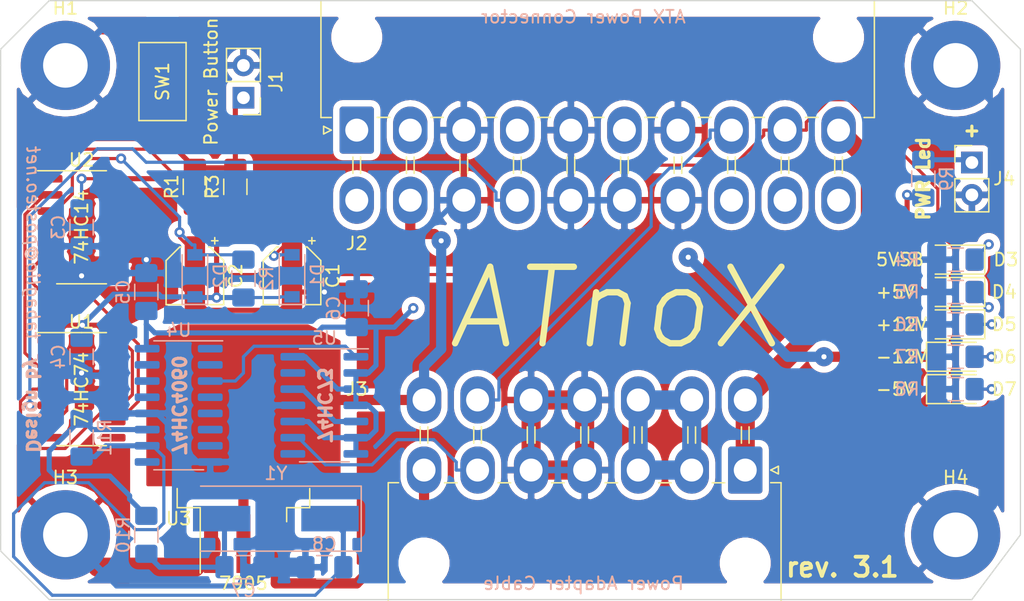
<source format=kicad_pcb>
(kicad_pcb (version 20171130) (host pcbnew 5.1.6-1.fc32)
  (layers (0 F.Cu signal hide) (1 In1.Cu power hide) (2 In2.Cu power) (31 B.Cu signal) (34 B.Paste user) (35 F.Paste user hide) (36 B.SilkS user) (37 F.SilkS user) (38 B.Mask user) (39 F.Mask user hide) (44 Edge.Cuts user))
  (net 0 "")
  (net 1 GND)
  (net 2 "Net-(C1-Pad1)")
  (net 3 "Net-(C2-Pad1)")
  (net 4 /5VSB)
  (net 5 "Net-(D3-Pad1)")
  (net 6 VCC)
  (net 7 "Net-(D4-Pad1)")
  (net 8 "Net-(D5-Pad1)")
  (net 9 "Net-(D6-Pad2)")
  (net 10 /-12V)
  (net 11 "Net-(D7-Pad2)")
  (net 12 /-5V)
  (net 13 /PWR_SW)
  (net 14 /~PS_ON)
  (net 15 /+12V)
  (net 16 /PWR_OK)
  (net 17 "Net-(U1-Pad2)")
  (net 18 "Net-(U1-Pad4)")
  (net 19 "Net-(U1-Pad3)")
  (net 20 "Net-(U2-Pad4)")
  (net 21 "Net-(J4-Pad1)")
  (net 22 "Net-(C7-Pad1)")
  (net 23 "Net-(C8-Pad1)")
  (net 24 "Net-(R10-Pad1)")
  (net 25 /TICK)
  (net 26 "Net-(U5-Pad12)")
  (net 27 "Net-(U4-Pad3)")
  (module Package_SO:SOIC-14_3.9x8.7mm_P1.27mm (layer B.Cu) (at 125.73 99.06 180)
    (fp_text reference U5 (at 0 5.28) (layer B.SilkS) (effects (justify mirror)))
    (fp_text value 74HCT73)
    (pad 14 smd roundrect (at 2.475 3.81 180) (size 1.95 0.6) (layers B.Cu B.Paste B.Mask) (net 6 VCC))
    (pad 13 smd roundrect (at 2.475 2.54 180) (size 1.95 0.6) (layers B.Cu B.Paste B.Mask))
    (pad 12 smd roundrect (at 2.475 1.27 180) (size 1.95 0.6) (layers B.Cu B.Paste B.Mask) (net 26 "Net-(U5-Pad12)"))
    (pad 11 smd roundrect (at 2.475 0 180) (size 1.95 0.6) (layers B.Cu B.Paste B.Mask) (net 1 GND))
    (pad 10 smd roundrect (at 2.475 -1.27 180) (size 1.95 0.6) (layers B.Cu B.Paste B.Mask) (net 6 VCC))
    (pad 9 smd roundrect (at 2.475 -2.54 180) (size 1.95 0.6) (layers B.Cu B.Paste B.Mask) (net 25 /TICK))
    (pad 8 smd roundrect (at 2.475 -3.81 180) (size 1.95 0.6) (layers B.Cu B.Paste B.Mask))
    (pad 7 smd roundrect (at -2.475 -3.81 180) (size 1.95 0.6) (layers B.Cu B.Paste B.Mask) (net 6 VCC))
    (pad 6 smd roundrect (at -2.475 -2.54 180) (size 1.95 0.6) (layers B.Cu B.Paste B.Mask) (net 6 VCC))
    (pad 5 smd roundrect (at -2.475 -1.27 180) (size 1.95 0.6) (layers B.Cu B.Paste B.Mask) (net 26 "Net-(U5-Pad12)"))
    (pad 4 smd roundrect (at -2.475 0 180) (size 1.95 0.6) (layers B.Cu B.Paste B.Mask) (net 6 VCC))
    (pad 3 smd roundrect (at -2.475 1.27 180) (size 1.95 0.6) (layers B.Cu B.Paste B.Mask) (net 6 VCC))
    (pad 2 smd roundrect (at -2.475 2.54 180) (size 1.95 0.6) (layers B.Cu B.Paste B.Mask) (net 6 VCC))
    (pad 1 smd roundrect (at -2.475 3.81 180) (size 1.95 0.6) (layers B.Cu B.Paste B.Mask) (net 27 "Net-(U4-Pad3)"))
  )
  (module Crystal:Crystal_SMD_HC49-SD (layer B.Cu) (at 121.92 107.95 180)
    (fp_text reference Y1 (at 0 3.55 180) (layer B.SilkS) (effects (justify mirror)))
    (fp_text value 3.2768)
    (pad 2 smd rect (at 4.25 0 180) (size 4.5 2) (layers B.Cu B.Paste B.Mask) (net 22 "Net-(C7-Pad1)"))
    (pad 1 smd rect (at -4.25 0 180) (size 4.5 2) (layers B.Cu B.Paste B.Mask) (net 23 "Net-(C8-Pad1)"))
  )
  (module Package_SO:SOIC-16_3.9x9.9mm_P1.27mm (layer B.Cu) (at 114.3 99.06 180)
    (fp_text reference U4 (at 0 5.9) (layer B.SilkS) (effects (justify mirror)))
    (fp_text value 74HCT4060)
    (pad 16 smd roundrect (at 2.475 4.445 180) (size 1.95 0.6) (layers B.Cu B.Paste B.Mask) (net 6 VCC))
    (pad 15 smd roundrect (at 2.475 3.175 180) (size 1.95 0.6) (layers B.Cu B.Paste B.Mask))
    (pad 14 smd roundrect (at 2.475 1.905 180) (size 1.95 0.6) (layers B.Cu B.Paste B.Mask))
    (pad 13 smd roundrect (at 2.475 0.635 180) (size 1.95 0.6) (layers B.Cu B.Paste B.Mask))
    (pad 12 smd roundrect (at 2.475 -0.635 180) (size 1.95 0.6) (layers B.Cu B.Paste B.Mask) (net 1 GND))
    (pad 11 smd roundrect (at 2.475 -1.905 180) (size 1.95 0.6) (layers B.Cu B.Paste B.Mask) (net 24 "Net-(R10-Pad1)"))
    (pad 10 smd roundrect (at 2.475 -3.175 180) (size 1.95 0.6) (layers B.Cu B.Paste B.Mask) (net 23 "Net-(C8-Pad1)"))
    (pad 9 smd roundrect (at 2.475 -4.445 180) (size 1.95 0.6) (layers B.Cu B.Paste B.Mask))
    (pad 8 smd roundrect (at -2.475 -4.445 180) (size 1.95 0.6) (layers B.Cu B.Paste B.Mask) (net 1 GND))
    (pad 7 smd roundrect (at -2.475 -3.175 180) (size 1.95 0.6) (layers B.Cu B.Paste B.Mask))
    (pad 6 smd roundrect (at -2.475 -1.905 180) (size 1.95 0.6) (layers B.Cu B.Paste B.Mask))
    (pad 5 smd roundrect (at -2.475 -0.635 180) (size 1.95 0.6) (layers B.Cu B.Paste B.Mask))
    (pad 4 smd roundrect (at -2.475 0.635 180) (size 1.95 0.6) (layers B.Cu B.Paste B.Mask))
    (pad 3 smd roundrect (at -2.475 1.905 180) (size 1.95 0.6) (layers B.Cu B.Paste B.Mask) (net 27 "Net-(U4-Pad3)"))
    (pad 2 smd roundrect (at -2.475 3.175 180) (size 1.95 0.6) (layers B.Cu B.Paste B.Mask))
    (pad 1 smd roundrect (at -2.475 4.445 180) (size 1.95 0.6) (layers B.Cu B.Paste B.Mask))
  )
  (module Resistor_SMD:R_1206_3216Metric_Pad1.42x1.75mm_HandSolder (layer B.Cu) (at 106.68 101.6 90)
    (fp_text reference R11 (at 0 1.82 90) (layer B.SilkS) (effects (justify mirror)))
    (fp_text value 10M)
    (pad 2 smd roundrect (at 1.4875 0 90) (size 1.425 1.75) (layers B.Cu B.Paste B.Mask) (roundrect_rratio 0.175439) (net 24 "Net-(R10-Pad1)"))
    (pad 1 smd roundrect (at -1.4875 0 90) (size 1.425 1.75) (layers B.Cu B.Paste B.Mask) (roundrect_rratio 0.175439) (net 23 "Net-(C8-Pad1)"))
  )
  (module Resistor_SMD:R_1206_3216Metric_Pad1.42x1.75mm_HandSolder (layer B.Cu) (at 111.76 109.22 270)
    (fp_text reference R10 (at 0 1.82 90) (layer B.SilkS) (effects (justify mirror)))
    (fp_text value 100K)
    (pad 2 smd roundrect (at 1.4875 0 270) (size 1.425 1.75) (layers B.Cu B.Paste B.Mask) (roundrect_rratio 0.175439) (net 22 "Net-(C7-Pad1)"))
    (pad 1 smd roundrect (at -1.4875 0 270) (size 1.425 1.75) (layers B.Cu B.Paste B.Mask) (roundrect_rratio 0.175439) (net 24 "Net-(R10-Pad1)"))
  )
  (module Capacitor_SMD:C_1206_3216Metric_Pad1.42x1.75mm_HandSolder (layer B.Cu) (at 125.73 111.76 180)
    (fp_text reference C8 (at 0 1.82) (layer B.SilkS) (effects (justify mirror)))
    (fp_text value 6.8pF)
    (pad 2 smd roundrect (at 1.4875 0 180) (size 1.425 1.75) (layers B.Cu B.Paste B.Mask) (roundrect_rratio 0.175439) (net 1 GND))
    (pad 1 smd roundrect (at -1.4875 0 180) (size 1.425 1.75) (layers B.Cu B.Paste B.Mask) (roundrect_rratio 0.175439) (net 23 "Net-(C8-Pad1)"))
  )
  (module Capacitor_SMD:C_1206_3216Metric_Pad1.42x1.75mm_HandSolder (layer B.Cu) (at 119.38 111.76)
    (fp_text reference C7 (at 0 1.82) (layer B.SilkS) (effects (justify mirror)))
    (fp_text value 6.8pF)
    (pad 2 smd roundrect (at 1.4875 0) (size 1.425 1.75) (layers B.Cu B.Paste B.Mask) (roundrect_rratio 0.175439) (net 1 GND))
    (pad 1 smd roundrect (at -1.4875 0) (size 1.425 1.75) (layers B.Cu B.Paste B.Mask) (roundrect_rratio 0.175439) (net 22 "Net-(C7-Pad1)"))
  )
  (module Capacitor_SMD:C_1206_3216Metric_Pad1.42x1.75mm_HandSolder (layer B.Cu) (at 128.27 91.44 270)
    (fp_text reference C6 (at 0 1.82 90) (layer B.SilkS) (effects (justify mirror)))
    (fp_text value 100nF)
    (pad 2 smd roundrect (at 1.4875 0 270) (size 1.425 1.75) (layers B.Cu B.Paste B.Mask) (roundrect_rratio 0.175439) (net 6 VCC))
    (pad 1 smd roundrect (at -1.4875 0 270) (size 1.425 1.75) (layers B.Cu B.Paste B.Mask) (roundrect_rratio 0.175439) (net 1 GND))
  )
  (module Capacitor_SMD:C_1206_3216Metric_Pad1.42x1.75mm_HandSolder (layer B.Cu) (at 111.76 90.17 270)
    (fp_text reference C5 (at 0 1.82 90) (layer B.SilkS) (effects (justify mirror)))
    (fp_text value 100nF)
    (pad 2 smd roundrect (at 1.4875 0 270) (size 1.425 1.75) (layers B.Cu B.Paste B.Mask) (roundrect_rratio 0.175439) (net 6 VCC))
    (pad 1 smd roundrect (at -1.4875 0 270) (size 1.425 1.75) (layers B.Cu B.Paste B.Mask) (roundrect_rratio 0.175439) (net 1 GND))
  )
  (module Connector_Molex:Molex_Mini-Fit_Jr_5569-14A2_2x07_P4.20mm_Horizontal (layer F.Cu) (at 158.75 104.14 180)
    (fp_text reference J3 (at 30.48 6.35) (layer F.SilkS))
    (fp_text value AT)
    (pad "" np_thru_hole circle (at 25.2 -7.3 180) (size 3 3) (drill 3) (layers *.Cu *.Mask))
    (pad "" np_thru_hole circle (at 0 -7.3 180) (size 3 3) (drill 3) (layers *.Cu *.Mask))
    (pad 14 thru_hole oval (at 25.2 5.5 180) (size 2.7 3.7) (drill 1.8) (layers *.Cu *.Mask) (net 10 /-12V))
    (pad 13 thru_hole oval (at 21 5.5 180) (size 2.7 3.7) (drill 1.8) (layers *.Cu *.Mask) (net 16 /PWR_OK))
    (pad 12 thru_hole oval (at 16.8 5.5 180) (size 2.7 3.7) (drill 1.8) (layers *.Cu *.Mask) (net 1 GND))
    (pad 11 thru_hole oval (at 12.6 5.5 180) (size 2.7 3.7) (drill 1.8) (layers *.Cu *.Mask) (net 1 GND))
    (pad 10 thru_hole oval (at 8.4 5.5 180) (size 2.7 3.7) (drill 1.8) (layers *.Cu *.Mask) (net 6 VCC))
    (pad 9 thru_hole oval (at 4.2 5.5 180) (size 2.7 3.7) (drill 1.8) (layers *.Cu *.Mask) (net 6 VCC))
    (pad 8 thru_hole oval (at 0 5.5 180) (size 2.7 3.7) (drill 1.8) (layers *.Cu *.Mask) (net 15 /+12V))
    (pad 7 thru_hole oval (at 25.2 0 180) (size 2.7 3.7) (drill 1.8) (layers *.Cu *.Mask) (net 12 /-5V))
    (pad 6 thru_hole oval (at 21 0 180) (size 2.7 3.7) (drill 1.8) (layers *.Cu *.Mask) (net 25 /TICK))
    (pad 5 thru_hole oval (at 16.8 0 180) (size 2.7 3.7) (drill 1.8) (layers *.Cu *.Mask) (net 1 GND))
    (pad 4 thru_hole oval (at 12.6 0 180) (size 2.7 3.7) (drill 1.8) (layers *.Cu *.Mask) (net 1 GND))
    (pad 3 thru_hole oval (at 8.4 0 180) (size 2.7 3.7) (drill 1.8) (layers *.Cu *.Mask) (net 6 VCC))
    (pad 2 thru_hole oval (at 4.2 0 180) (size 2.7 3.7) (drill 1.8) (layers *.Cu *.Mask) (net 6 VCC))
    (pad 1 thru_hole roundrect (at 0 0 180) (size 2.7 3.7) (drill 1.8) (layers *.Cu *.Mask) (roundrect_rratio 0.09259299999999999) (net 15 /+12V))
  )
  (module Connector_Molex:Molex_Mini-Fit_Jr_5569-20A2_2x10_P4.20mm_Horizontal (layer F.Cu) (at 128.27 77.47)
    (fp_text reference J2 (at 0 8.89) (layer F.SilkS))
    (fp_text value ATX)
    (pad "" np_thru_hole circle (at 37.8 -7.3) (size 3 3) (drill 3) (layers *.Cu *.Mask))
    (pad "" np_thru_hole circle (at 0 -7.3) (size 3 3) (drill 3) (layers *.Cu *.Mask))
    (pad 20 thru_hole oval (at 37.8 5.5) (size 2.7 3.7) (drill 1.8) (layers *.Cu *.Mask) (net 6 VCC))
    (pad 19 thru_hole oval (at 33.6 5.5) (size 2.7 3.7) (drill 1.8) (layers *.Cu *.Mask) (net 6 VCC))
    (pad 18 thru_hole oval (at 29.4 5.5) (size 2.7 3.7) (drill 1.8) (layers *.Cu *.Mask))
    (pad 17 thru_hole oval (at 25.2 5.5) (size 2.7 3.7) (drill 1.8) (layers *.Cu *.Mask) (net 1 GND))
    (pad 16 thru_hole oval (at 21 5.5) (size 2.7 3.7) (drill 1.8) (layers *.Cu *.Mask) (net 1 GND))
    (pad 15 thru_hole oval (at 16.8 5.5) (size 2.7 3.7) (drill 1.8) (layers *.Cu *.Mask) (net 1 GND))
    (pad 14 thru_hole oval (at 12.6 5.5) (size 2.7 3.7) (drill 1.8) (layers *.Cu *.Mask) (net 14 /~PS_ON))
    (pad 13 thru_hole oval (at 8.4 5.5) (size 2.7 3.7) (drill 1.8) (layers *.Cu *.Mask) (net 1 GND))
    (pad 12 thru_hole oval (at 4.2 5.5) (size 2.7 3.7) (drill 1.8) (layers *.Cu *.Mask) (net 10 /-12V))
    (pad 11 thru_hole oval (at 0 5.5) (size 2.7 3.7) (drill 1.8) (layers *.Cu *.Mask))
    (pad 10 thru_hole oval (at 37.8 0) (size 2.7 3.7) (drill 1.8) (layers *.Cu *.Mask) (net 15 /+12V))
    (pad 9 thru_hole oval (at 33.6 0) (size 2.7 3.7) (drill 1.8) (layers *.Cu *.Mask) (net 4 /5VSB))
    (pad 8 thru_hole oval (at 29.4 0) (size 2.7 3.7) (drill 1.8) (layers *.Cu *.Mask) (net 16 /PWR_OK))
    (pad 7 thru_hole oval (at 25.2 0) (size 2.7 3.7) (drill 1.8) (layers *.Cu *.Mask) (net 1 GND))
    (pad 6 thru_hole oval (at 21 0) (size 2.7 3.7) (drill 1.8) (layers *.Cu *.Mask) (net 6 VCC))
    (pad 5 thru_hole oval (at 16.8 0) (size 2.7 3.7) (drill 1.8) (layers *.Cu *.Mask) (net 1 GND))
    (pad 4 thru_hole oval (at 12.6 0) (size 2.7 3.7) (drill 1.8) (layers *.Cu *.Mask) (net 6 VCC))
    (pad 3 thru_hole oval (at 8.4 0) (size 2.7 3.7) (drill 1.8) (layers *.Cu *.Mask) (net 1 GND))
    (pad 2 thru_hole oval (at 4.2 0) (size 2.7 3.7) (drill 1.8) (layers *.Cu *.Mask))
    (pad 1 thru_hole roundrect (at 0 0) (size 2.7 3.7) (drill 1.8) (layers *.Cu *.Mask) (roundrect_rratio 0.09259299999999999))
  )
  (module Resistor_SMD:R_1206_3216Metric_Pad1.42x1.75mm_HandSolder (layer B.Cu) (at 172.72 81.28 90)
    (fp_text reference R9 (at 0 1.82 270) (layer B.SilkS) (effects (justify mirror)))
    (fp_text value 1K)
    (pad 2 smd roundrect (at 1.4875 0 90) (size 1.425 1.75) (layers B.Cu B.Paste B.Mask) (roundrect_rratio 0.175439) (net 21 "Net-(J4-Pad1)"))
    (pad 1 smd roundrect (at -1.4875 0 90) (size 1.425 1.75) (layers B.Cu B.Paste B.Mask) (roundrect_rratio 0.175439) (net 6 VCC))
  )
  (module Connector_PinHeader_2.54mm:PinHeader_1x02_P2.54mm_Vertical (layer F.Cu) (at 176.53 80.01)
    (fp_text reference J4 (at 2.54 1.27) (layer F.SilkS))
    (fp_text value PWR_LED)
    (pad 2 thru_hole oval (at 0 2.54) (size 1.7 1.7) (drill 1) (layers *.Cu *.Mask) (net 1 GND))
    (pad 1 thru_hole rect (at 0 0) (size 1.7 1.7) (drill 1) (layers *.Cu *.Mask) (net 21 "Net-(J4-Pad1)"))
  )
  (module Capacitor_SMD:CP_Elec_4x5.3 (layer F.Cu) (at 115.57 88.9 270)
    (fp_text reference C2 (at 0 -3.2 90) (layer F.SilkS))
    (fp_text value 10uF)
    (pad 2 smd roundrect (at 1.8 0 270) (size 2.6 1.6) (layers F.Cu F.Paste F.Mask) (roundrect_rratio 0.15625) (net 1 GND))
    (pad 1 smd roundrect (at -1.8 0 270) (size 2.6 1.6) (layers F.Cu F.Paste F.Mask) (roundrect_rratio 0.15625) (net 3 "Net-(C2-Pad1)"))
  )
  (module Capacitor_SMD:CP_Elec_4x5.3 (layer F.Cu) (at 123.19 88.9 270)
    (fp_text reference C1 (at 0 -3.2 90) (layer F.SilkS))
    (fp_text value 1uF)
    (pad 2 smd roundrect (at 1.8 0 270) (size 2.6 1.6) (layers F.Cu F.Paste F.Mask) (roundrect_rratio 0.15625) (net 1 GND))
    (pad 1 smd roundrect (at -1.8 0 270) (size 2.6 1.6) (layers F.Cu F.Paste F.Mask) (roundrect_rratio 0.15625) (net 2 "Net-(C1-Pad1)"))
  )
  (module Package_TO_SOT_SMD:TO-263-3_TabPin2 (layer F.Cu) (at 119.38 104.14 90)
    (fp_text reference U3 (at -3.81 -5.08) (layer F.SilkS))
    (fp_text value L7905)
    (pad 2 smd rect (at 3.375 0 90) (size 9.4 10.8) (layers F.Cu F.Mask) (net 10 /-12V))
    (pad 3 smd rect (at -5.775 2.54 90) (size 4.6 1.1) (layers F.Cu F.Paste F.Mask) (net 12 /-5V))
    (pad 2 smd rect (at -5.775 0 90) (size 4.6 1.1) (layers F.Cu F.Paste F.Mask) (net 10 /-12V))
    (pad 1 smd rect (at -5.775 -2.54 90) (size 4.6 1.1) (layers F.Cu F.Paste F.Mask) (net 1 GND))
  )
  (module Package_SO:SOIC-14_3.9x8.7mm_P1.27mm (layer F.Cu) (at 106.68 85.09)
    (fp_text reference U2 (at 0 -5.28) (layer F.SilkS))
    (fp_text value 74LS14)
    (pad 14 smd roundrect (at 2.475 -3.81) (size 1.95 0.6) (layers F.Cu F.Paste F.Mask) (net 4 /5VSB))
    (pad 13 smd roundrect (at 2.475 -2.54) (size 1.95 0.6) (layers F.Cu F.Paste F.Mask) (net 1 GND))
    (pad 12 smd roundrect (at 2.475 -1.27) (size 1.95 0.6) (layers F.Cu F.Paste F.Mask))
    (pad 11 smd roundrect (at 2.475 0) (size 1.95 0.6) (layers F.Cu F.Paste F.Mask) (net 1 GND))
    (pad 10 smd roundrect (at 2.475 1.27) (size 1.95 0.6) (layers F.Cu F.Paste F.Mask))
    (pad 9 smd roundrect (at 2.475 2.54) (size 1.95 0.6) (layers F.Cu F.Paste F.Mask) (net 1 GND))
    (pad 8 smd roundrect (at 2.475 3.81) (size 1.95 0.6) (layers F.Cu F.Paste F.Mask))
    (pad 7 smd roundrect (at -2.475 3.81) (size 1.95 0.6) (layers F.Cu F.Paste F.Mask) (net 1 GND))
    (pad 6 smd roundrect (at -2.475 2.54) (size 1.95 0.6) (layers F.Cu F.Paste F.Mask) (net 18 "Net-(U1-Pad4)"))
    (pad 5 smd roundrect (at -2.475 1.27) (size 1.95 0.6) (layers F.Cu F.Paste F.Mask) (net 20 "Net-(U2-Pad4)"))
    (pad 4 smd roundrect (at -2.475 0) (size 1.95 0.6) (layers F.Cu F.Paste F.Mask) (net 20 "Net-(U2-Pad4)"))
    (pad 3 smd roundrect (at -2.475 -1.27) (size 1.95 0.6) (layers F.Cu F.Paste F.Mask) (net 3 "Net-(C2-Pad1)"))
    (pad 2 smd roundrect (at -2.475 -2.54) (size 1.95 0.6) (layers F.Cu F.Paste F.Mask) (net 19 "Net-(U1-Pad3)"))
    (pad 1 smd roundrect (at -2.475 -3.81) (size 1.95 0.6) (layers F.Cu F.Paste F.Mask) (net 2 "Net-(C1-Pad1)"))
  )
  (module Package_SO:SOIC-14_3.9x8.7mm_P1.27mm (layer F.Cu) (at 106.68 97.79)
    (fp_text reference U1 (at 0 -5.28) (layer F.SilkS))
    (fp_text value 74LS74)
    (pad 14 smd roundrect (at 2.475 -3.81) (size 1.95 0.6) (layers F.Cu F.Paste F.Mask) (net 4 /5VSB))
    (pad 13 smd roundrect (at 2.475 -2.54) (size 1.95 0.6) (layers F.Cu F.Paste F.Mask) (net 1 GND))
    (pad 12 smd roundrect (at 2.475 -1.27) (size 1.95 0.6) (layers F.Cu F.Paste F.Mask) (net 1 GND))
    (pad 11 smd roundrect (at 2.475 0) (size 1.95 0.6) (layers F.Cu F.Paste F.Mask) (net 1 GND))
    (pad 10 smd roundrect (at 2.475 1.27) (size 1.95 0.6) (layers F.Cu F.Paste F.Mask) (net 4 /5VSB))
    (pad 9 smd roundrect (at 2.475 2.54) (size 1.95 0.6) (layers F.Cu F.Paste F.Mask))
    (pad 8 smd roundrect (at 2.475 3.81) (size 1.95 0.6) (layers F.Cu F.Paste F.Mask))
    (pad 7 smd roundrect (at -2.475 3.81) (size 1.95 0.6) (layers F.Cu F.Paste F.Mask) (net 1 GND))
    (pad 6 smd roundrect (at -2.475 2.54) (size 1.95 0.6) (layers F.Cu F.Paste F.Mask) (net 17 "Net-(U1-Pad2)"))
    (pad 5 smd roundrect (at -2.475 1.27) (size 1.95 0.6) (layers F.Cu F.Paste F.Mask) (net 14 /~PS_ON))
    (pad 4 smd roundrect (at -2.475 0) (size 1.95 0.6) (layers F.Cu F.Paste F.Mask) (net 18 "Net-(U1-Pad4)"))
    (pad 3 smd roundrect (at -2.475 -1.27) (size 1.95 0.6) (layers F.Cu F.Paste F.Mask) (net 19 "Net-(U1-Pad3)"))
    (pad 2 smd roundrect (at -2.475 -2.54) (size 1.95 0.6) (layers F.Cu F.Paste F.Mask) (net 17 "Net-(U1-Pad2)"))
    (pad 1 smd roundrect (at -2.475 -3.81) (size 1.95 0.6) (layers F.Cu F.Paste F.Mask) (net 4 /5VSB))
  )
  (module Button_Switch_SMD:SW_SPST_CK_RS282G05A3 (layer F.Cu) (at 113.03 73.66 270)
    (fp_text reference SW1 (at 0 0 90) (layer F.SilkS))
    (fp_text value Power)
    (pad 2 smd rect (at 3.9 0 270) (size 1.5 1.5) (layers F.Cu F.Paste F.Mask) (net 13 /PWR_SW))
    (pad 1 smd rect (at -3.9 0 270) (size 1.5 1.5) (layers F.Cu F.Paste F.Mask) (net 1 GND))
  )
  (module Resistor_SMD:R_1206_3216Metric_Pad1.42x1.75mm_HandSolder (layer B.Cu) (at 175.26 97.79)
    (fp_text reference R8 (at -3.81 0) (layer B.SilkS) (effects (justify mirror)))
    (fp_text value 680)
    (pad 2 smd roundrect (at 1.4875 0) (size 1.425 1.75) (layers B.Cu B.Paste B.Mask) (roundrect_rratio 0.175439) (net 11 "Net-(D7-Pad2)"))
    (pad 1 smd roundrect (at -1.4875 0) (size 1.425 1.75) (layers B.Cu B.Paste B.Mask) (roundrect_rratio 0.175439) (net 1 GND))
  )
  (module Resistor_SMD:R_1206_3216Metric_Pad1.42x1.75mm_HandSolder (layer B.Cu) (at 175.26 95.25)
    (fp_text reference R7 (at -3.81 0) (layer B.SilkS) (effects (justify mirror)))
    (fp_text value 2k2)
    (pad 2 smd roundrect (at 1.4875 0) (size 1.425 1.75) (layers B.Cu B.Paste B.Mask) (roundrect_rratio 0.175439) (net 9 "Net-(D6-Pad2)"))
    (pad 1 smd roundrect (at -1.4875 0) (size 1.425 1.75) (layers B.Cu B.Paste B.Mask) (roundrect_rratio 0.175439) (net 1 GND))
  )
  (module Resistor_SMD:R_1206_3216Metric_Pad1.42x1.75mm_HandSolder (layer B.Cu) (at 175.26 92.71)
    (fp_text reference R6 (at -3.81 0) (layer B.SilkS) (effects (justify mirror)))
    (fp_text value 2k2)
    (pad 2 smd roundrect (at 1.4875 0) (size 1.425 1.75) (layers B.Cu B.Paste B.Mask) (roundrect_rratio 0.175439) (net 8 "Net-(D5-Pad1)"))
    (pad 1 smd roundrect (at -1.4875 0) (size 1.425 1.75) (layers B.Cu B.Paste B.Mask) (roundrect_rratio 0.175439) (net 1 GND))
  )
  (module Resistor_SMD:R_1206_3216Metric_Pad1.42x1.75mm_HandSolder (layer B.Cu) (at 175.26 90.17)
    (fp_text reference R5 (at -3.81 0) (layer B.SilkS) (effects (justify mirror)))
    (fp_text value 470)
    (pad 2 smd roundrect (at 1.4875 0) (size 1.425 1.75) (layers B.Cu B.Paste B.Mask) (roundrect_rratio 0.175439) (net 7 "Net-(D4-Pad1)"))
    (pad 1 smd roundrect (at -1.4875 0) (size 1.425 1.75) (layers B.Cu B.Paste B.Mask) (roundrect_rratio 0.175439) (net 1 GND))
  )
  (module Resistor_SMD:R_1206_3216Metric_Pad1.42x1.75mm_HandSolder (layer B.Cu) (at 175.26 87.63)
    (fp_text reference R4 (at -3.81 0) (layer B.SilkS) (effects (justify mirror)))
    (fp_text value 680)
    (pad 2 smd roundrect (at 1.4875 0) (size 1.425 1.75) (layers B.Cu B.Paste B.Mask) (roundrect_rratio 0.175439) (net 5 "Net-(D3-Pad1)"))
    (pad 1 smd roundrect (at -1.4875 0) (size 1.425 1.75) (layers B.Cu B.Paste B.Mask) (roundrect_rratio 0.175439) (net 1 GND))
  )
  (module Resistor_SMD:R_1206_3216Metric_Pad1.42x1.75mm_HandSolder (layer F.Cu) (at 118.745 81.915 90)
    (fp_text reference R3 (at 0 -1.82 270) (layer F.SilkS))
    (fp_text value 470)
    (pad 2 smd roundrect (at 1.4875 0 90) (size 1.425 1.75) (layers F.Cu F.Paste F.Mask) (roundrect_rratio 0.175439) (net 13 /PWR_SW))
    (pad 1 smd roundrect (at -1.4875 0 90) (size 1.425 1.75) (layers F.Cu F.Paste F.Mask) (roundrect_rratio 0.175439) (net 2 "Net-(C1-Pad1)"))
  )
  (module Resistor_SMD:R_1206_3216Metric_Pad1.42x1.75mm_HandSolder (layer B.Cu) (at 119.38 89.1175 90)
    (fp_text reference R2 (at 0 1.82 90) (layer B.SilkS) (effects (justify mirror)))
    (fp_text value 10K)
    (pad 2 smd roundrect (at 1.4875 0 90) (size 1.425 1.75) (layers B.Cu B.Paste B.Mask) (roundrect_rratio 0.175439) (net 3 "Net-(C2-Pad1)"))
    (pad 1 smd roundrect (at -1.4875 0 90) (size 1.425 1.75) (layers B.Cu B.Paste B.Mask) (roundrect_rratio 0.175439) (net 4 /5VSB))
  )
  (module Resistor_SMD:R_1206_3216Metric_Pad1.42x1.75mm_HandSolder (layer F.Cu) (at 115.57 81.915 90)
    (fp_text reference R1 (at 0 -1.82 90) (layer F.SilkS))
    (fp_text value 10K)
    (pad 2 smd roundrect (at 1.4875 0 90) (size 1.425 1.75) (layers F.Cu F.Paste F.Mask) (roundrect_rratio 0.175439) (net 13 /PWR_SW))
    (pad 1 smd roundrect (at -1.4875 0 90) (size 1.425 1.75) (layers F.Cu F.Paste F.Mask) (roundrect_rratio 0.175439) (net 4 /5VSB))
  )
  (module Connector_PinHeader_2.54mm:PinHeader_1x02_P2.54mm_Vertical (layer F.Cu) (at 119.38 74.93 180)
    (fp_text reference J1 (at -2.54 1.27 90) (layer F.SilkS))
    (fp_text value EXT_PWR_SW)
    (pad 2 thru_hole oval (at 0 2.54 180) (size 1.7 1.7) (drill 1) (layers *.Cu *.Mask) (net 1 GND))
    (pad 1 thru_hole rect (at 0 0 180) (size 1.7 1.7) (drill 1) (layers *.Cu *.Mask) (net 13 /PWR_SW))
  )
  (module MountingHole:MountingHole_3.5mm_Pad (layer F.Cu) (at 175.26 109.22)
    (fp_text reference H4 (at 0 -4.5) (layer F.SilkS))
    (fp_text value MountingHole_Pad)
    (pad 1 thru_hole circle (at 0 0) (size 7 7) (drill 3.5) (layers *.Cu *.Mask) (net 1 GND))
  )
  (module MountingHole:MountingHole_3.5mm_Pad (layer F.Cu) (at 105.41 109.22)
    (fp_text reference H3 (at 0 -4.5) (layer F.SilkS))
    (fp_text value MountingHole_Pad)
    (pad 1 thru_hole circle (at 0 0) (size 7 7) (drill 3.5) (layers *.Cu *.Mask) (net 1 GND))
  )
  (module MountingHole:MountingHole_3.5mm_Pad (layer F.Cu) (at 175.26 72.39)
    (fp_text reference H2 (at 0 -4.5) (layer F.SilkS))
    (fp_text value MountingHole_Pad)
    (pad 1 thru_hole circle (at 0 0) (size 7 7) (drill 3.5) (layers *.Cu *.Mask) (net 1 GND))
  )
  (module MountingHole:MountingHole_3.5mm_Pad (layer F.Cu) (at 105.41 72.39)
    (fp_text reference H1 (at 0 -4.5) (layer F.SilkS))
    (fp_text value MountingHole_Pad)
    (pad 1 thru_hole circle (at 0 0) (size 7 7) (drill 3.5) (layers *.Cu *.Mask) (net 1 GND))
  )
  (module LED_SMD:LED_1206_3216Metric (layer F.Cu) (at 175.26 97.79)
    (fp_text reference D7 (at 3.81 0) (layer F.SilkS))
    (fp_text value -5V)
    (pad 2 smd roundrect (at 1.4 0) (size 1.25 1.75) (layers F.Cu F.Paste F.Mask) (roundrect_rratio 0.2) (net 11 "Net-(D7-Pad2)"))
    (pad 1 smd roundrect (at -1.4 0) (size 1.25 1.75) (layers F.Cu F.Paste F.Mask) (roundrect_rratio 0.2) (net 12 /-5V))
  )
  (module LED_SMD:LED_1206_3216Metric (layer F.Cu) (at 175.26 95.25)
    (fp_text reference D6 (at 3.81 0) (layer F.SilkS))
    (fp_text value -12V)
    (pad 2 smd roundrect (at 1.4 0) (size 1.25 1.75) (layers F.Cu F.Paste F.Mask) (roundrect_rratio 0.2) (net 9 "Net-(D6-Pad2)"))
    (pad 1 smd roundrect (at -1.4 0) (size 1.25 1.75) (layers F.Cu F.Paste F.Mask) (roundrect_rratio 0.2) (net 10 /-12V))
  )
  (module LED_SMD:LED_1206_3216Metric (layer F.Cu) (at 175.26 92.71 180)
    (fp_text reference D5 (at -3.81 0) (layer F.SilkS))
    (fp_text value +12V)
    (pad 2 smd roundrect (at 1.4 0 180) (size 1.25 1.75) (layers F.Cu F.Paste F.Mask) (roundrect_rratio 0.2) (net 15 /+12V))
    (pad 1 smd roundrect (at -1.4 0 180) (size 1.25 1.75) (layers F.Cu F.Paste F.Mask) (roundrect_rratio 0.2) (net 8 "Net-(D5-Pad1)"))
  )
  (module LED_SMD:LED_1206_3216Metric (layer F.Cu) (at 175.26 90.17 180)
    (fp_text reference D4 (at -3.81 0) (layer F.SilkS))
    (fp_text value +5V)
    (pad 2 smd roundrect (at 1.4 0 180) (size 1.25 1.75) (layers F.Cu F.Paste F.Mask) (roundrect_rratio 0.2) (net 6 VCC))
    (pad 1 smd roundrect (at -1.4 0 180) (size 1.25 1.75) (layers F.Cu F.Paste F.Mask) (roundrect_rratio 0.2) (net 7 "Net-(D4-Pad1)"))
  )
  (module LED_SMD:LED_1206_3216Metric (layer F.Cu) (at 175.26 87.63 180)
    (fp_text reference D3 (at -3.94 0) (layer F.SilkS))
    (fp_text value 5VSB)
    (pad 2 smd roundrect (at 1.4 0 180) (size 1.25 1.75) (layers F.Cu F.Paste F.Mask) (roundrect_rratio 0.2) (net 4 /5VSB))
    (pad 1 smd roundrect (at -1.4 0 180) (size 1.25 1.75) (layers F.Cu F.Paste F.Mask) (roundrect_rratio 0.2) (net 5 "Net-(D3-Pad1)"))
  )
  (module Diode_SMD:D_SOD-123 (layer B.Cu) (at 115.57 88.9 90)
    (fp_text reference D2 (at 0 2 90) (layer B.SilkS) (effects (justify mirror)))
    (fp_text value 1N4148)
    (pad 2 smd rect (at 1.65 0 90) (size 0.9 1.2) (layers B.Cu B.Paste B.Mask) (net 3 "Net-(C2-Pad1)"))
    (pad 1 smd rect (at -1.65 0 90) (size 0.9 1.2) (layers B.Cu B.Paste B.Mask) (net 4 /5VSB))
  )
  (module Diode_SMD:D_SOD-123 (layer B.Cu) (at 123.19 88.9 90)
    (fp_text reference D1 (at 0 2 90) (layer B.SilkS) (effects (justify mirror)))
    (fp_text value 1N4148)
    (pad 2 smd rect (at 1.65 0 90) (size 0.9 1.2) (layers B.Cu B.Paste B.Mask) (net 2 "Net-(C1-Pad1)"))
    (pad 1 smd rect (at -1.65 0 90) (size 0.9 1.2) (layers B.Cu B.Paste B.Mask) (net 4 /5VSB))
  )
  (module Capacitor_SMD:C_1206_3216Metric_Pad1.42x1.75mm_HandSolder (layer B.Cu) (at 106.68 95.25 270)
    (fp_text reference C4 (at 0 1.82 270) (layer B.SilkS) (effects (justify mirror)))
    (fp_text value 100nF)
    (pad 2 smd roundrect (at 1.4875 0 270) (size 1.425 1.75) (layers B.Cu B.Paste B.Mask) (roundrect_rratio 0.175439) (net 1 GND))
    (pad 1 smd roundrect (at -1.4875 0 270) (size 1.425 1.75) (layers B.Cu B.Paste B.Mask) (roundrect_rratio 0.175439) (net 4 /5VSB))
  )
  (module Capacitor_SMD:C_1206_3216Metric_Pad1.42x1.75mm_HandSolder (layer B.Cu) (at 106.68 85.09 270)
    (fp_text reference C3 (at 0 1.82 270) (layer B.SilkS) (effects (justify mirror)))
    (fp_text value 100nF)
    (pad 2 smd roundrect (at 1.4875 0 270) (size 1.425 1.75) (layers B.Cu B.Paste B.Mask) (roundrect_rratio 0.175439) (net 1 GND))
    (pad 1 smd roundrect (at -1.4875 0 270) (size 1.425 1.75) (layers B.Cu B.Paste B.Mask) (roundrect_rratio 0.175439) (net 4 /5VSB))
  )
  (gr_text 74HC73 (at 125.73 99.06 270) (layer B.SilkS) (effects (font (size 1 1) (thickness 0.25)) (justify mirror)))
  (gr_text 74HC4060 (at 114.3 99.06 270) (layer B.SilkS) (effects (font (size 1 1) (thickness 0.25)) (justify mirror)))
  (gr_text + (at 176.53 77.47) (layer F.SilkS) (effects (font (size 1 1) (thickness 0.25))))
  (gr_text "PWR Led" (at 172.72 81.28 90) (layer F.SilkS) (effects (font (size 1 1) (thickness 0.25))))
  (gr_text "rev. 3.1" (at 166.37 111.76) (layer F.SilkS) (effects (font (size 1.5 1.5) (thickness 0.3))))
  (gr_text tabaglio@posteo.net (at 102.87 86.36 270) (layer B.SilkS) (effects (font (size 1 1) (thickness 0.15) italic) (justify mirror)))
  (gr_text "Design by" (at 102.87 99.06 270) (layer B.SilkS) (effects (font (size 1 1) (thickness 0.25)) (justify mirror)))
  (gr_text ATnoX (at 148.59 91.44) (layer F.SilkS) (effects (font (size 6 6) (thickness 0.5) italic)))
  (gr_text 7905 (at 119.38 113.03) (layer F.SilkS) (effects (font (size 1 1))))
  (gr_text 74HC74 (at 106.68 97.79 90) (layer F.SilkS) (effects (font (size 1 1))))
  (gr_text 74HC14 (at 106.68 85.09 90) (layer F.SilkS) (effects (font (size 1 1))))
  (gr_text "Power Button" (at 116.84 73.66 90) (layer F.SilkS) (effects (font (size 1 1))))
  (gr_text -5V (at 168.91 97.79) (layer F.SilkS) (effects (font (size 1 1)) (justify left)))
  (gr_text -12V (at 168.91 95.25) (layer F.SilkS) (effects (font (size 1 1)) (justify left)))
  (gr_text +12V (at 168.91 92.71) (layer F.SilkS) (effects (font (size 1 1)) (justify left)))
  (gr_text +5V (at 168.91 90.17) (layer F.SilkS) (effects (font (size 1 1)) (justify left)))
  (gr_text 5VSB (at 168.91 87.63) (layer F.SilkS) (effects (font (size 1 1)) (justify left)))
  (gr_text "ATX Power Connector" (at 146.05 68.58) (layer B.SilkS) (effects (font (size 1 1)) (justify mirror)))
  (gr_text "Power Adapter Cable" (at 146.05 113.03) (layer B.SilkS) (effects (font (size 1 1)) (justify mirror)))
  (gr_line (start 176.53 114.3) (end 180.34 109.22) (layer Edge.Cuts) (width 0.1))
  (gr_line (start 180.34 107.95) (end 180.34 109.22) (layer Edge.Cuts) (width 0.1))
  (gr_line (start 180.34 71.12) (end 180.34 107.95) (layer Edge.Cuts) (width 0.1))
  (gr_line (start 176.53 67.31) (end 180.34 71.12) (layer Edge.Cuts) (width 0.1))
  (gr_line (start 104.14 114.3) (end 176.53 114.3) (layer Edge.Cuts) (width 0.1))
  (gr_line (start 104.14 67.31) (end 176.53 67.31) (layer Edge.Cuts) (width 0.1))
  (gr_line (start 100.33 71.12) (end 104.14 67.31) (layer Edge.Cuts) (width 0.1))
  (gr_line (start 100.33 110.49) (end 104.14 114.3) (layer Edge.Cuts) (width 0.1))
  (gr_line (start 100.33 109.22) (end 100.33 110.49) (layer Edge.Cuts) (width 0.1))
  (gr_line (start 100.33 72.39) (end 100.33 71.12) (layer Edge.Cuts) (width 0.1))
  (gr_line (start 100.33 72.39) (end 100.33 109.22) (layer Edge.Cuts) (width 0.1))
  (segment (start 121.0704 111.76) (end 124.242 111.76) (width 1.5) (layer B.Cu) (net 1))
  (segment (start 120.868 111.76) (end 121.0704 111.76) (width 1.5) (layer B.Cu) (net 1))
  (segment (start 121.0704 104.2898) (end 121.0704 111.76) (width 1.5) (layer B.Cu) (net 1))
  (segment (start 116.775 103.505) (end 117.75 103.505) (width 0.4) (layer B.Cu) (net 1))
  (segment (start 106.68 96.7375) (end 106.68 96.52) (width 0.4) (layer B.Cu) (net 1))
  (segment (start 106.68 87.8786) (end 104.6084 89.9502) (width 1.5) (layer B.Cu) (net 1))
  (segment (start 104.6084 89.9502) (end 104.6084 94.7662) (width 1.5) (layer B.Cu) (net 1))
  (segment (start 104.6084 94.7662) (end 106.3622 96.52) (width 1.5) (layer B.Cu) (net 1))
  (segment (start 106.3622 96.52) (end 106.68 96.52) (width 1.5) (layer B.Cu) (net 1))
  (segment (start 106.68 87.8786) (end 106.68 88.9) (width 0.4) (layer B.Cu) (net 1))
  (segment (start 106.68 86.5775) (end 106.68 87.8786) (width 0.4) (layer B.Cu) (net 1))
  (segment (start 124.242 111.76) (end 124.2425 111.76) (width 1.5) (layer B.Cu) (net 1))
  (segment (start 173.772 97.79) (end 173.772 98.8425) (width 1.5) (layer B.Cu) (net 1))
  (segment (start 173.772 98.8425) (end 177.8 102.87) (width 1.5) (layer B.Cu) (net 1))
  (segment (start 177.8 102.87) (end 177.8 106.68) (width 1.5) (layer B.Cu) (net 1))
  (segment (start 177.8 106.68) (end 175.26 109.22) (width 1.5) (layer B.Cu) (net 1))
  (segment (start 173.772 96.3025) (end 173.772 97.79) (width 1.5) (layer B.Cu) (net 1))
  (segment (start 173.7725 97.79) (end 173.772 97.79) (width 1.5) (layer B.Cu) (net 1))
  (segment (start 173.7725 95.25) (end 173.772 95.25) (width 1.5) (layer B.Cu) (net 1))
  (segment (start 173.772 92.71) (end 173.772 88.9) (width 1.5) (layer B.Cu) (net 1))
  (segment (start 173.772 95.25) (end 173.772 92.71) (width 1.5) (layer B.Cu) (net 1))
  (segment (start 173.7725 92.71) (end 173.772 92.71) (width 1.5) (layer B.Cu) (net 1))
  (segment (start 173.772 88.9) (end 173.772 86.5775) (width 1.5) (layer B.Cu) (net 1))
  (segment (start 173.7725 88.9) (end 173.7725 90.17) (width 1.5) (layer B.Cu) (net 1))
  (segment (start 173.7725 87.63) (end 173.7725 88.9) (width 1.5) (layer B.Cu) (net 1))
  (segment (start 173.7725 88.9) (end 173.772 88.9) (width 1.5) (layer B.Cu) (net 1))
  (segment (start 120.13 112.4975) (end 119.392 113.235) (width 0.4) (layer B.Cu) (net 1))
  (segment (start 119.392 113.235) (end 109.425 113.235) (width 0.4) (layer B.Cu) (net 1))
  (segment (start 109.425 113.235) (end 105.41 109.22) (width 0.4) (layer B.Cu) (net 1))
  (segment (start 120.868 111.76) (end 120.13 112.4975) (width 0.4) (layer B.Cu) (net 1))
  (segment (start 120.13 112.4975) (end 120.8675 111.76) (width 1.5) (layer B.Cu) (net 1))
  (segment (start 141.95 104.14) (end 141.95 98.64) (width 1.5) (layer F.Cu) (net 1))
  (segment (start 146.15 104.14) (end 141.95 104.14) (width 1.5) (layer F.Cu) (net 1))
  (segment (start 146.15 98.64) (end 146.15 104.14) (width 1.5) (layer F.Cu) (net 1))
  (segment (start 173.772 95.25) (end 173.772 96.3025) (width 1.5) (layer B.Cu) (net 1))
  (segment (start 109.155 96.52) (end 109.155 97.79) (width 0.4) (layer F.Cu) (net 1))
  (segment (start 109.155 95.25) (end 109.155 96.52) (width 0.4) (layer F.Cu) (net 1))
  (segment (start 141.95 98.64) (end 146.15 98.64) (width 1.5) (layer F.Cu) (net 1))
  (segment (start 113.03 85.09) (end 109.155 85.09) (width 0.4) (layer F.Cu) (net 1))
  (segment (start 109.155 82.55) (end 113.03 82.55) (width 0.4) (layer F.Cu) (net 1))
  (segment (start 113.03 82.55) (end 113.03 85.09) (width 0.4) (layer F.Cu) (net 1))
  (segment (start 113.03 87.63) (end 111.76 87.63) (width 0.4) (layer F.Cu) (net 1))
  (segment (start 113.03 85.09) (end 113.03 87.63) (width 0.4) (layer F.Cu) (net 1))
  (segment (start 111.76 87.63) (end 109.155 87.63) (width 0.4) (layer F.Cu) (net 1))
  (segment (start 128.27 89.9525) (end 129.145 89.9525) (width 0.4) (layer B.Cu) (net 1))
  (segment (start 129.145 89.9525) (end 136.128 82.97) (width 0.4) (layer B.Cu) (net 1))
  (segment (start 136.128 82.97) (end 136.67 82.97) (width 0.4) (layer B.Cu) (net 1))
  (segment (start 125.73 90.17) (end 123.72 90.17) (width 0.4) (layer F.Cu) (net 1))
  (segment (start 123.72 90.17) (end 123.19 90.7) (width 0.4) (layer F.Cu) (net 1))
  (segment (start 128.27 89.9525) (end 125.948 89.9525) (width 0.4) (layer B.Cu) (net 1))
  (segment (start 125.948 89.9525) (end 125.73 90.17) (width 0.4) (layer B.Cu) (net 1))
  (segment (start 115.57 90.7) (end 116.475 91.605) (width 0.4) (layer F.Cu) (net 1))
  (segment (start 116.475 91.605) (end 122.285 91.605) (width 0.4) (layer F.Cu) (net 1))
  (segment (start 122.285 91.605) (end 123.19 90.7) (width 0.4) (layer F.Cu) (net 1))
  (segment (start 115.57 90.7) (end 113.03 88.16) (width 0.4) (layer F.Cu) (net 1))
  (segment (start 113.03 88.16) (end 113.03 87.63) (width 0.4) (layer F.Cu) (net 1))
  (segment (start 113.03 69.76) (end 108.04 69.76) (width 0.4) (layer F.Cu) (net 1))
  (segment (start 108.04 69.76) (end 105.41 72.39) (width 0.4) (layer F.Cu) (net 1))
  (segment (start 104.205 101.6) (end 105.18 101.6) (width 0.4) (layer F.Cu) (net 1))
  (segment (start 105.18 101.6) (end 106.68 100.1) (width 0.4) (layer F.Cu) (net 1))
  (segment (start 106.68 100.1) (end 106.68 96.52) (width 0.4) (layer F.Cu) (net 1))
  (segment (start 106.68 96.52) (end 106.68 95.25) (width 0.4) (layer F.Cu) (net 1))
  (segment (start 106.68 95.25) (end 109.155 95.25) (width 0.4) (layer F.Cu) (net 1))
  (segment (start 116.775 103.505) (end 115.8 103.505) (width 0.4) (layer B.Cu) (net 1))
  (segment (start 115.8 103.505) (end 113.4 101.105) (width 0.4) (layer B.Cu) (net 1))
  (segment (start 113.4 101.105) (end 113.4 100.504) (width 0.4) (layer B.Cu) (net 1))
  (segment (start 113.4 100.504) (end 112.591 99.695) (width 0.4) (layer B.Cu) (net 1))
  (segment (start 112.591 99.695) (end 111.825 99.695) (width 0.4) (layer B.Cu) (net 1))
  (segment (start 111.76 87.63) (end 111.76 88.6825) (width 0.4) (layer B.Cu) (net 1))
  (segment (start 106.68 88.9) (end 107.95 87.63) (width 0.4) (layer F.Cu) (net 1))
  (segment (start 107.95 87.63) (end 109.155 87.63) (width 0.4) (layer F.Cu) (net 1))
  (segment (start 106.68 88.9) (end 104.205 88.9) (width 0.4) (layer F.Cu) (net 1))
  (segment (start 116.84 109.915) (end 116.84 110.49) (width 1.5) (layer F.Cu) (net 1))
  (segment (start 116.84 110.49) (end 115.57 111.76) (width 1.5) (layer F.Cu) (net 1))
  (segment (start 115.57 111.76) (end 107.95 111.76) (width 1.5) (layer F.Cu) (net 1))
  (segment (start 107.95 111.76) (end 105.41 109.22) (width 1.5) (layer F.Cu) (net 1))
  (segment (start 176.53 82.55) (end 177.732 82.55) (width 0.4) (layer B.Cu) (net 1))
  (segment (start 177.732 82.55) (end 177.98 82.3021) (width 0.4) (layer B.Cu) (net 1))
  (segment (start 177.98 82.3021) (end 177.98 73.84) (width 0.4) (layer B.Cu) (net 1))
  (segment (start 177.98 73.84) (end 176.53 72.39) (width 0.4) (layer B.Cu) (net 1))
  (segment (start 176.53 72.39) (end 175.26 72.39) (width 0.4) (layer B.Cu) (net 1))
  (segment (start 173.772 96.3025) (end 173.772 95.25) (width 1.5) (layer B.Cu) (net 1))
  (via (at 125.73 90.17) (size 0.8) (layers F.Cu B.Cu) (net 1))
  (via (at 106.68 96.52) (size 0.8) (layers F.Cu B.Cu) (net 1))
  (via (at 111.76 87.63) (size 0.8) (layers F.Cu B.Cu) (net 1))
  (via (at 106.68 88.9) (size 0.8) (layers F.Cu B.Cu) (net 1))
  (segment (start 120.2856 103.505) (end 121.0704 104.2898) (width 0.4) (layer B.Cu) (net 1))
  (segment (start 118.745 103.505) (end 118.745 102.235) (width 0.4) (layer B.Cu) (net 1))
  (segment (start 116.775 103.505) (end 118.745 103.505) (width 0.4) (layer B.Cu) (net 1))
  (segment (start 118.745 103.505) (end 120.2856 103.505) (width 0.4) (layer B.Cu) (net 1))
  (segment (start 118.745 102.235) (end 121.92 99.06) (width 0.4) (layer B.Cu) (net 1))
  (segment (start 121.92 99.06) (end 123.255 99.06) (width 0.4) (layer B.Cu) (net 1))
  (segment (start 123.19 87.25) (end 122.2647 87.25) (width 0.25) (layer B.Cu) (net 2))
  (segment (start 123.19 86.095) (end 123.0012 86.095) (width 0.25) (layer F.Cu) (net 2))
  (segment (start 123.0012 86.095) (end 121.7679 87.3283) (width 0.25) (layer F.Cu) (net 2))
  (segment (start 122.2647 87.25) (end 122.1864 87.3283) (width 0.25) (layer B.Cu) (net 2))
  (segment (start 122.1864 87.3283) (end 121.7679 87.3283) (width 0.25) (layer B.Cu) (net 2))
  (segment (start 123.19 86.095) (end 123.19 87.1) (width 0.25) (layer F.Cu) (net 2))
  (segment (start 119.384 83.4025) (end 121.502 83.4025) (width 0.25) (layer F.Cu) (net 2))
  (segment (start 121.502 83.4025) (end 123.19 85.09) (width 0.25) (layer F.Cu) (net 2))
  (segment (start 123.19 85.09) (end 123.19 86.095) (width 0.25) (layer F.Cu) (net 2))
  (segment (start 119.384 83.4025) (end 117.4992 81.5177) (width 0.25) (layer F.Cu) (net 2))
  (segment (start 117.4992 81.5177) (end 114.4964 81.5177) (width 0.25) (layer F.Cu) (net 2))
  (segment (start 114.4964 81.5177) (end 111.9447 78.966) (width 0.25) (layer F.Cu) (net 2))
  (segment (start 111.9447 78.966) (end 106.519 78.966) (width 0.25) (layer F.Cu) (net 2))
  (segment (start 106.519 78.966) (end 104.205 81.28) (width 0.25) (layer F.Cu) (net 2))
  (segment (start 118.745 83.4025) (end 119.384 83.4025) (width 0.25) (layer F.Cu) (net 2))
  (via (at 121.7679 87.3283) (size 0.8) (layers F.Cu B.Cu) (net 2))
  (segment (start 109.779 79.7013) (end 114.3692 84.2915) (width 0.25) (layer B.Cu) (net 3))
  (segment (start 114.3692 84.2915) (end 114.3692 85.4872) (width 0.25) (layer B.Cu) (net 3))
  (segment (start 104.205 83.82) (end 104.622 83.82) (width 0.25) (layer F.Cu) (net 3))
  (segment (start 104.622 83.82) (end 105.9546 82.4874) (width 0.25) (layer F.Cu) (net 3))
  (segment (start 105.9546 82.4874) (end 105.9546 80.9587) (width 0.25) (layer F.Cu) (net 3))
  (segment (start 105.9546 80.9587) (end 107.212 79.7013) (width 0.25) (layer F.Cu) (net 3))
  (segment (start 107.212 79.7013) (end 109.779 79.7013) (width 0.25) (layer F.Cu) (net 3))
  (segment (start 115.57 86.4747) (end 115.3567 86.4747) (width 0.25) (layer B.Cu) (net 3))
  (segment (start 115.3567 86.4747) (end 114.3692 85.4872) (width 0.25) (layer B.Cu) (net 3))
  (segment (start 115.57 87.25) (end 115.57 86.4747) (width 0.25) (layer B.Cu) (net 3))
  (segment (start 115.57 87.1) (end 114.3692 85.8992) (width 0.25) (layer F.Cu) (net 3))
  (segment (start 114.3692 85.8992) (end 114.3692 85.4872) (width 0.25) (layer F.Cu) (net 3))
  (segment (start 115.57 87.25) (end 119 87.25) (width 0.25) (layer B.Cu) (net 3))
  (segment (start 119 87.25) (end 119.38 87.63) (width 0.25) (layer B.Cu) (net 3))
  (via (at 109.779 79.7013) (size 0.8) (layers F.Cu B.Cu) (net 3))
  (via (at 114.3692 85.4872) (size 0.8) (layers F.Cu B.Cu) (net 3))
  (segment (start 161.87 77.47) (end 163.5453 77.47) (width 0.25) (layer F.Cu) (net 4))
  (segment (start 173.86 87.63) (end 173.86 82.0892) (width 0.25) (layer F.Cu) (net 4))
  (segment (start 173.86 82.0892) (end 166.8532 75.0824) (width 0.25) (layer F.Cu) (net 4))
  (segment (start 166.8532 75.0824) (end 165.3047 75.0824) (width 0.25) (layer F.Cu) (net 4))
  (segment (start 165.3047 75.0824) (end 163.5453 76.8418) (width 0.25) (layer F.Cu) (net 4))
  (segment (start 163.5453 76.8418) (end 163.5453 77.47) (width 0.25) (layer F.Cu) (net 4))
  (segment (start 161.87 77.47) (end 160.1947 77.47) (width 0.25) (layer F.Cu) (net 4))
  (segment (start 117.275 88.8) (end 142.4154 88.8) (width 0.25) (layer F.Cu) (net 4))
  (segment (start 142.4154 88.8) (end 147.17 84.0454) (width 0.25) (layer F.Cu) (net 4))
  (segment (start 147.17 84.0454) (end 147.17 81.8887) (width 0.25) (layer F.Cu) (net 4))
  (segment (start 147.17 81.8887) (end 148.8387 80.22) (width 0.25) (layer F.Cu) (net 4))
  (segment (start 148.8387 80.22) (end 157.8635 80.22) (width 0.25) (layer F.Cu) (net 4))
  (segment (start 157.8635 80.22) (end 160.1947 77.8888) (width 0.25) (layer F.Cu) (net 4))
  (segment (start 160.1947 77.8888) (end 160.1947 77.47) (width 0.25) (layer F.Cu) (net 4))
  (segment (start 117.275 88.8) (end 117.275 90.605) (width 0.4) (layer F.Cu) (net 4))
  (segment (start 115.57 83.4025) (end 117.275 85.1075) (width 0.4) (layer F.Cu) (net 4))
  (segment (start 117.275 85.1075) (end 117.275 88.8) (width 0.4) (layer F.Cu) (net 4))
  (segment (start 123.19 90.55) (end 122.2647 90.55) (width 0.25) (layer B.Cu) (net 4))
  (segment (start 119.38 90.605) (end 122.2097 90.605) (width 0.25) (layer B.Cu) (net 4))
  (segment (start 122.2097 90.605) (end 122.2647 90.55) (width 0.25) (layer B.Cu) (net 4))
  (segment (start 119.38 90.605) (end 117.275 90.605) (width 0.4) (layer B.Cu) (net 4))
  (segment (start 108.5525 93.3775) (end 109.2443 93.3775) (width 0.25) (layer F.Cu) (net 4))
  (segment (start 109.2443 93.3775) (end 110.6668 94.8) (width 0.25) (layer F.Cu) (net 4))
  (segment (start 110.6668 94.8) (end 110.6668 98.2269) (width 0.25) (layer F.Cu) (net 4))
  (segment (start 110.6668 98.2269) (end 109.8337 99.06) (width 0.25) (layer F.Cu) (net 4))
  (segment (start 109.8337 99.06) (end 109.155 99.06) (width 0.25) (layer F.Cu) (net 4))
  (segment (start 108.5525 93.3775) (end 109.155 93.98) (width 0.4) (layer F.Cu) (net 4))
  (segment (start 106.745 92.775) (end 107.95 92.775) (width 0.4) (layer F.Cu) (net 4))
  (segment (start 107.95 92.775) (end 108.5525 93.3775) (width 0.4) (layer F.Cu) (net 4))
  (segment (start 115.57 83.4025) (end 113.448 81.28) (width 0.4) (layer F.Cu) (net 4))
  (segment (start 113.448 81.28) (end 109.155 81.28) (width 0.4) (layer F.Cu) (net 4))
  (segment (start 117.275 90.605) (end 115.625 90.605) (width 0.4) (layer B.Cu) (net 4))
  (segment (start 115.625 90.605) (end 115.57 90.55) (width 0.4) (layer B.Cu) (net 4))
  (segment (start 115.57 90.55) (end 112.942 90.55) (width 0.4) (layer B.Cu) (net 4))
  (segment (start 104.205 93.98) (end 105.41 92.775) (width 0.4) (layer F.Cu) (net 4))
  (segment (start 105.41 92.775) (end 106.745 92.775) (width 0.4) (layer F.Cu) (net 4))
  (segment (start 106.68 93.7625) (end 106.68 92.84) (width 0.4) (layer B.Cu) (net 4))
  (segment (start 106.68 92.84) (end 106.745 92.775) (width 0.4) (layer B.Cu) (net 4))
  (segment (start 106.68 81.28) (end 109.155 81.28) (width 0.25) (layer F.Cu) (net 4))
  (segment (start 106.68 83.6025) (end 106.68 81.28) (width 0.25) (layer B.Cu) (net 4))
  (via (at 117.275 90.605) (size 0.8) (layers F.Cu B.Cu) (net 4))
  (via (at 106.745 92.775) (size 0.8) (layers F.Cu B.Cu) (net 4))
  (via (at 106.68 81.28) (size 0.8) (layers F.Cu B.Cu) (net 4))
  (segment (start 109.175 90.345) (end 106.745 92.775) (width 0.4) (layer B.Cu) (net 4))
  (segment (start 112.942 90.55) (end 112.737 90.345) (width 0.4) (layer B.Cu) (net 4))
  (segment (start 112.737 90.345) (end 109.175 90.345) (width 0.4) (layer B.Cu) (net 4))
  (segment (start 176.66 87.63) (end 177.8515 86.4385) (width 0.25) (layer F.Cu) (net 5))
  (segment (start 176.7475 87.63) (end 176.7475 87.5425) (width 0.25) (layer B.Cu) (net 5))
  (segment (start 176.7475 87.5425) (end 177.8515 86.4385) (width 0.25) (layer B.Cu) (net 5))
  (via (at 177.8515 86.4385) (size 0.8) (layers F.Cu B.Cu) (net 5))
  (segment (start 150.35 104.14) (end 150.35 98.64) (width 1.5) (layer B.Cu) (net 6))
  (segment (start 154.55 104.14) (end 150.35 104.14) (width 1.5) (layer B.Cu) (net 6))
  (segment (start 154.55 98.64) (end 154.55 104.14) (width 1.5) (layer B.Cu) (net 6))
  (segment (start 128.205 97.79) (end 128.205 99.06) (width 0.4) (layer B.Cu) (net 6))
  (segment (start 128.205 96.52) (end 128.205 97.79) (width 0.4) (layer B.Cu) (net 6))
  (segment (start 150.35 98.64) (end 154.55 98.64) (width 1.5) (layer B.Cu) (net 6))
  (segment (start 173.86 90.17) (end 172.72 90.17) (width 0.4) (layer F.Cu) (net 6))
  (segment (start 172.72 90.17) (end 171.45 88.9) (width 0.4) (layer F.Cu) (net 6))
  (segment (start 171.45 88.9) (end 171.45 82.55) (width 0.4) (layer F.Cu) (net 6))
  (segment (start 172.72 82.7675) (end 171.668 82.7675) (width 0.4) (layer B.Cu) (net 6))
  (segment (start 171.668 82.7675) (end 171.45 82.55) (width 0.4) (layer B.Cu) (net 6))
  (segment (start 131.217 92.9275) (end 132.704 91.44) (width 0.4) (layer B.Cu) (net 6))
  (segment (start 111.76 94.55) (end 111.825 94.615) (width 0.4) (layer B.Cu) (net 6))
  (segment (start 128.205 101.6) (end 128.205 102.87) (width 0.4) (layer B.Cu) (net 6))
  (segment (start 125.73 101.6) (end 128.205 101.6) (width 0.4) (layer B.Cu) (net 6))
  (segment (start 123.255 100.33) (end 124.23 100.33) (width 0.4) (layer B.Cu) (net 6))
  (via (at 171.45 82.55) (size 0.8) (layers F.Cu B.Cu) (net 6))
  (via (at 132.704 91.44) (size 0.8) (drill 0.4) (layers F.Cu B.Cu) (net 6))
  (segment (start 124.46 100.33) (end 125.73 101.6) (width 0.4) (layer B.Cu) (net 6))
  (segment (start 123.255 100.33) (end 124.46 100.33) (width 0.4) (layer B.Cu) (net 6))
  (segment (start 126.77 97.79) (end 128.205 97.79) (width 0.4) (layer B.Cu) (net 6))
  (segment (start 124.23 95.25) (end 126.77 97.79) (width 0.4) (layer B.Cu) (net 6))
  (segment (start 123.255 95.25) (end 124.23 95.25) (width 0.4) (layer B.Cu) (net 6))
  (segment (start 129.78001 100.99999) (end 129.18 101.6) (width 0.4) (layer B.Cu) (net 6))
  (segment (start 129.78001 99.66001) (end 129.78001 100.99999) (width 0.4) (layer B.Cu) (net 6))
  (segment (start 129.18 99.06) (end 129.78001 99.66001) (width 0.4) (layer B.Cu) (net 6))
  (segment (start 129.18 101.6) (end 128.205 101.6) (width 0.4) (layer B.Cu) (net 6))
  (segment (start 128.205 99.06) (end 129.18 99.06) (width 0.4) (layer B.Cu) (net 6))
  (segment (start 129.78001 95.91999) (end 129.78001 92.95001) (width 0.4) (layer B.Cu) (net 6))
  (segment (start 129.18 96.52) (end 129.78001 95.91999) (width 0.4) (layer B.Cu) (net 6))
  (segment (start 128.205 96.52) (end 129.18 96.52) (width 0.4) (layer B.Cu) (net 6))
  (segment (start 129.78001 92.95001) (end 129.7575 92.9275) (width 0.4) (layer B.Cu) (net 6))
  (segment (start 129.7575 92.9275) (end 131.217 92.9275) (width 0.4) (layer B.Cu) (net 6))
  (segment (start 128.27 92.9275) (end 129.7575 92.9275) (width 0.4) (layer B.Cu) (net 6))
  (segment (start 125.578 92.9275) (end 128.27 92.9275) (width 0.4) (layer B.Cu) (net 6))
  (segment (start 125.128 93.3775) (end 125.578 92.9275) (width 0.4) (layer B.Cu) (net 6))
  (segment (start 112.428 93.3775) (end 125.128 93.3775) (width 0.4) (layer B.Cu) (net 6))
  (segment (start 111.76 92.71) (end 112.428 93.3775) (width 0.4) (layer B.Cu) (net 6))
  (segment (start 111.76 91.6575) (end 111.76 92.71) (width 0.4) (layer B.Cu) (net 6))
  (segment (start 111.76 92.71) (end 111.76 94.55) (width 0.4) (layer B.Cu) (net 6))
  (segment (start 176.66 90.17) (end 177.8551 91.3651) (width 0.25) (layer F.Cu) (net 7))
  (segment (start 176.7475 90.17) (end 176.7475 90.2575) (width 0.25) (layer B.Cu) (net 7))
  (segment (start 176.7475 90.2575) (end 177.8551 91.3651) (width 0.25) (layer B.Cu) (net 7))
  (via (at 177.8551 91.3651) (size 0.8) (layers F.Cu B.Cu) (net 7))
  (segment (start 176.66 92.71) (end 178.0922 92.71) (width 0.25) (layer F.Cu) (net 8))
  (segment (start 176.7475 92.71) (end 178.0922 92.71) (width 0.25) (layer B.Cu) (net 8))
  (via (at 178.0922 92.71) (size 0.8) (layers F.Cu B.Cu) (net 8))
  (segment (start 176.66 95.25) (end 178.0616 95.25) (width 0.25) (layer F.Cu) (net 9))
  (segment (start 176.7475 95.25) (end 178.0616 95.25) (width 0.25) (layer B.Cu) (net 9))
  (via (at 178.0616 95.25) (size 0.8) (layers F.Cu B.Cu) (net 9))
  (segment (start 164.9258 95.25) (end 162.0831 95.25) (width 0.8) (layer B.Cu) (net 10))
  (segment (start 162.0831 95.25) (end 154.2768 87.4437) (width 0.8) (layer B.Cu) (net 10))
  (segment (start 173.86 95.25) (end 164.9258 95.25) (width 0.8) (layer F.Cu) (net 10))
  (segment (start 133.55 98.64) (end 133.55 95.9897) (width 0.8) (layer B.Cu) (net 10))
  (segment (start 134.8931 86.1506) (end 134.3628 85.6203) (width 0.8) (layer F.Cu) (net 10))
  (segment (start 134.3628 85.6203) (end 132.47 85.6203) (width 0.8) (layer F.Cu) (net 10))
  (segment (start 133.55 95.9897) (end 134.8931 94.6466) (width 0.8) (layer B.Cu) (net 10))
  (segment (start 134.8931 94.6466) (end 134.8931 86.1506) (width 0.8) (layer B.Cu) (net 10))
  (segment (start 132.47 82.97) (end 132.47 85.6203) (width 0.8) (layer F.Cu) (net 10))
  (segment (start 119.38 100.765) (end 121.485 100.765) (width 0.8) (layer F.Cu) (net 10))
  (segment (start 121.485 100.765) (end 123.61 98.64) (width 0.8) (layer F.Cu) (net 10))
  (segment (start 123.61 98.64) (end 133.55 98.64) (width 0.8) (layer F.Cu) (net 10))
  (segment (start 119.38 109.915) (end 119.38 100.765) (width 0.8) (layer F.Cu) (net 10))
  (via (at 164.9258 95.25) (size 1.5) (layers F.Cu B.Cu) (net 10))
  (via (at 154.2768 87.4437) (size 1.5) (layers F.Cu B.Cu) (net 10))
  (via (at 134.8931 86.1506) (size 1.5) (layers F.Cu B.Cu) (net 10))
  (segment (start 176.66 97.79) (end 178.0758 97.79) (width 0.25) (layer F.Cu) (net 11))
  (segment (start 176.7475 97.79) (end 178.0758 97.79) (width 0.25) (layer B.Cu) (net 11))
  (via (at 178.0758 97.79) (size 0.8) (layers F.Cu B.Cu) (net 11))
  (segment (start 133.0439 108.2561) (end 163.3939 108.2561) (width 0.8) (layer F.Cu) (net 12))
  (segment (start 163.3939 108.2561) (end 173.86 97.79) (width 0.8) (layer F.Cu) (net 12))
  (segment (start 133.0439 108.2561) (end 133.55 107.75) (width 0.8) (layer F.Cu) (net 12))
  (segment (start 133.55 107.75) (end 133.55 104.14) (width 0.8) (layer F.Cu) (net 12))
  (segment (start 121.92 109.915) (end 121.92 113.03) (width 0.8) (layer F.Cu) (net 12))
  (segment (start 121.92 113.03) (end 128.27 113.03) (width 0.8) (layer F.Cu) (net 12))
  (segment (start 128.27 113.03) (end 133.0439 108.2561) (width 0.8) (layer F.Cu) (net 12))
  (segment (start 118.745 80.4275) (end 118.745 75.565) (width 0.4) (layer F.Cu) (net 13))
  (segment (start 118.745 75.565) (end 119.38 74.93) (width 0.4) (layer F.Cu) (net 13))
  (segment (start 118.745 80.4275) (end 115.57 80.4275) (width 0.4) (layer F.Cu) (net 13))
  (segment (start 113.03 77.56) (end 113.03 77.8875) (width 0.4) (layer F.Cu) (net 13))
  (segment (start 113.03 77.8875) (end 115.57 80.4275) (width 0.4) (layer F.Cu) (net 13))
  (segment (start 140.87 82.97) (end 139.1947 82.97) (width 0.25) (layer B.Cu) (net 14))
  (segment (start 102.6221 99.079) (end 104.186 99.079) (width 0.25) (layer F.Cu) (net 14))
  (segment (start 104.186 99.079) (end 104.205 99.06) (width 0.25) (layer F.Cu) (net 14))
  (segment (start 139.1947 82.97) (end 139.1947 82.3418) (width 0.25) (layer B.Cu) (net 14))
  (segment (start 139.1947 82.3418) (end 136.8441 79.9912) (width 0.25) (layer B.Cu) (net 14))
  (segment (start 136.8441 79.9912) (end 111.7448 79.9912) (width 0.25) (layer B.Cu) (net 14))
  (segment (start 111.7448 79.9912) (end 110.6845 78.9309) (width 0.25) (layer B.Cu) (net 14))
  (segment (start 110.6845 78.9309) (end 107.924 78.9309) (width 0.25) (layer B.Cu) (net 14))
  (segment (start 107.924 78.9309) (end 102.6221 84.2328) (width 0.25) (layer B.Cu) (net 14))
  (segment (start 102.6221 84.2328) (end 102.6221 99.079) (width 0.25) (layer B.Cu) (net 14))
  (via (at 102.6221 99.079) (size 0.8) (layers F.Cu B.Cu) (net 14))
  (segment (start 158.75 98.64) (end 158.75 104.14) (width 1.5) (layer F.Cu) (net 15))
  (segment (start 158.75 98.64) (end 168.065 89.325) (width 1.5) (layer F.Cu) (net 15))
  (segment (start 168.065 89.325) (end 168.57 88.82) (width 1.5) (layer F.Cu) (net 15))
  (segment (start 168.57 88.82) (end 168.57 79.97) (width 1.5) (layer F.Cu) (net 15))
  (segment (start 168.57 79.97) (end 166.07 77.47) (width 1.5) (layer F.Cu) (net 15))
  (segment (start 173.86 92.71) (end 171.45 92.71) (width 0.4) (layer F.Cu) (net 15))
  (segment (start 171.45 92.71) (end 168.065 89.325) (width 0.4) (layer F.Cu) (net 15))
  (segment (start 137.75 98.64) (end 139.4253 98.64) (width 0.25) (layer B.Cu) (net 16))
  (segment (start 157.67 77.47) (end 155.9947 77.47) (width 0.25) (layer B.Cu) (net 16))
  (segment (start 155.9947 77.47) (end 155.9947 78.0982) (width 0.25) (layer B.Cu) (net 16))
  (segment (start 155.9947 78.0982) (end 153.6483 80.4446) (width 0.25) (layer B.Cu) (net 16))
  (segment (start 153.6483 80.4446) (end 152.8248 80.4446) (width 0.25) (layer B.Cu) (net 16))
  (segment (start 152.8248 80.4446) (end 151.37 81.8994) (width 0.25) (layer B.Cu) (net 16))
  (segment (start 151.37 81.8994) (end 151.37 85.02) (width 0.25) (layer B.Cu) (net 16))
  (segment (start 151.37 85.02) (end 139.4253 96.9647) (width 0.25) (layer B.Cu) (net 16))
  (segment (start 139.4253 96.9647) (end 139.4253 98.64) (width 0.25) (layer B.Cu) (net 16))
  (segment (start 104.205 95.25) (end 104.6069 95.25) (width 0.25) (layer F.Cu) (net 17))
  (segment (start 104.6069 95.25) (end 105.5141 96.1572) (width 0.25) (layer F.Cu) (net 17))
  (segment (start 105.5141 96.1572) (end 105.5141 99.4724) (width 0.25) (layer F.Cu) (net 17))
  (segment (start 105.5141 99.4724) (end 104.6565 100.33) (width 0.25) (layer F.Cu) (net 17))
  (segment (start 104.6565 100.33) (end 104.205 100.33) (width 0.25) (layer F.Cu) (net 17))
  (segment (start 104.205 97.79) (end 102.8618 97.79) (width 0.25) (layer F.Cu) (net 18))
  (segment (start 102.8618 97.79) (end 101.8897 98.7621) (width 0.25) (layer F.Cu) (net 18))
  (segment (start 101.8897 98.7621) (end 101.8897 101.2686) (width 0.25) (layer F.Cu) (net 18))
  (segment (start 101.8897 101.2686) (end 103.0663 102.4452) (width 0.25) (layer F.Cu) (net 18))
  (segment (start 103.0663 102.4452) (end 105.3924 102.4452) (width 0.25) (layer F.Cu) (net 18))
  (segment (start 105.3924 102.4452) (end 108.1426 99.695) (width 0.25) (layer F.Cu) (net 18))
  (segment (start 108.1426 99.695) (end 110.1912 99.695) (width 0.25) (layer F.Cu) (net 18))
  (segment (start 110.1912 99.695) (end 111.1279 98.7583) (width 0.25) (layer F.Cu) (net 18))
  (segment (start 111.1279 98.7583) (end 111.1279 94.2619) (width 0.25) (layer F.Cu) (net 18))
  (segment (start 111.1279 94.2619) (end 107.2475 90.3815) (width 0.25) (layer F.Cu) (net 18))
  (segment (start 107.2475 90.3815) (end 103.7354 90.3815) (width 0.25) (layer F.Cu) (net 18))
  (segment (start 103.7354 90.3815) (end 102.6943 89.3404) (width 0.25) (layer F.Cu) (net 18))
  (segment (start 102.6943 89.3404) (end 102.6943 88.4117) (width 0.25) (layer F.Cu) (net 18))
  (segment (start 102.6943 88.4117) (end 103.476 87.63) (width 0.25) (layer F.Cu) (net 18))
  (segment (start 103.476 87.63) (end 104.205 87.63) (width 0.25) (layer F.Cu) (net 18))
  (segment (start 104.205 96.52) (end 103.8027 96.52) (width 0.25) (layer F.Cu) (net 19))
  (segment (start 103.8027 96.52) (end 102.2376 94.9549) (width 0.25) (layer F.Cu) (net 19))
  (segment (start 102.2376 94.9549) (end 102.2376 84.0917) (width 0.25) (layer F.Cu) (net 19))
  (segment (start 102.2376 84.0917) (end 103.7793 82.55) (width 0.25) (layer F.Cu) (net 19))
  (segment (start 103.7793 82.55) (end 104.205 82.55) (width 0.25) (layer F.Cu) (net 19))
  (segment (start 104.205 85.09) (end 104.205 86.36) (width 0.25) (layer F.Cu) (net 20))
  (segment (start 172.72 79.7925) (end 176.312 79.7925) (width 0.4) (layer B.Cu) (net 21))
  (segment (start 176.312 79.7925) (end 176.53 80.01) (width 0.4) (layer B.Cu) (net 21))
  (segment (start 111.76 110.7075) (end 111.76 110.708) (width 0.25) (layer B.Cu) (net 22))
  (segment (start 117.892 111.76) (end 112.812 111.76) (width 0.4) (layer B.Cu) (net 22))
  (segment (start 112.812 111.76) (end 111.76 110.708) (width 0.4) (layer B.Cu) (net 22))
  (segment (start 117.67 107.95) (end 117.892 108.172) (width 0.4) (layer B.Cu) (net 22))
  (segment (start 117.892 108.172) (end 117.892 111.76) (width 0.4) (layer B.Cu) (net 22))
  (segment (start 117.8925 111.76) (end 117.892 111.76) (width 0.25) (layer B.Cu) (net 22))
  (segment (start 111.825 102.235) (end 112.2635 102.235) (width 0.25) (layer B.Cu) (net 23))
  (segment (start 112.2635 102.235) (end 113.1334 103.1049) (width 0.25) (layer B.Cu) (net 23))
  (segment (start 113.1334 103.1049) (end 113.1334 108.2973) (width 0.25) (layer B.Cu) (net 23))
  (segment (start 113.1334 108.2973) (end 112.6188 108.8119) (width 0.25) (layer B.Cu) (net 23))
  (segment (start 112.6188 108.8119) (end 110.9033 108.8119) (width 0.25) (layer B.Cu) (net 23))
  (segment (start 110.9033 108.8119) (end 107.2237 105.1323) (width 0.25) (layer B.Cu) (net 23))
  (segment (start 107.2237 105.1323) (end 103.7797 105.1323) (width 0.25) (layer B.Cu) (net 23))
  (segment (start 103.7797 105.1323) (end 101.3457 107.5663) (width 0.25) (layer B.Cu) (net 23))
  (segment (start 101.3457 107.5663) (end 101.3457 110.9294) (width 0.25) (layer B.Cu) (net 23))
  (segment (start 101.3457 110.9294) (end 104.3809 113.9646) (width 0.25) (layer B.Cu) (net 23))
  (segment (start 104.3809 113.9646) (end 125.0129 113.9646) (width 0.25) (layer B.Cu) (net 23))
  (segment (start 125.0129 113.9646) (end 127.2175 111.76) (width 0.25) (layer B.Cu) (net 23))
  (segment (start 106.6805 103.088) (end 107.732 103.088) (width 0.4) (layer B.Cu) (net 23))
  (segment (start 107.732 103.088) (end 108.585 102.235) (width 0.4) (layer B.Cu) (net 23))
  (segment (start 108.585 102.235) (end 111.825 102.235) (width 0.4) (layer B.Cu) (net 23))
  (segment (start 127.218 111.76) (end 127.2175 111.76) (width 0.25) (layer B.Cu) (net 23))
  (segment (start 106.6805 103.088) (end 106.68 103.0875) (width 0.25) (layer B.Cu) (net 23))
  (segment (start 106.68 103.088) (end 106.6805 103.088) (width 0.4) (layer B.Cu) (net 23))
  (segment (start 127.218 111.76) (end 127.218 108.998) (width 0.4) (layer B.Cu) (net 23))
  (segment (start 127.218 108.998) (end 126.17 107.95) (width 0.4) (layer B.Cu) (net 23))
  (segment (start 111.76 107.7325) (end 111.76 107.732) (width 0.25) (layer B.Cu) (net 24))
  (segment (start 107.106 100.5385) (end 107.532 100.965) (width 0.4) (layer B.Cu) (net 24))
  (segment (start 107.532 100.965) (end 111.825 100.965) (width 0.4) (layer B.Cu) (net 24))
  (segment (start 111.76 107.732) (end 110.45 106.422) (width 0.4) (layer B.Cu) (net 24))
  (segment (start 110.45 106.422) (end 110.45 106.156) (width 0.4) (layer B.Cu) (net 24))
  (segment (start 105.405 101.388) (end 106.68 100.112) (width 0.4) (layer B.Cu) (net 24))
  (segment (start 106.68 100.112) (end 107.106 100.5385) (width 0.4) (layer B.Cu) (net 24))
  (segment (start 107.106 100.5385) (end 106.68 100.1125) (width 0.25) (layer B.Cu) (net 24))
  (segment (start 108.90129 104.60729) (end 104.60729 104.60729) (width 0.4) (layer B.Cu) (net 24))
  (segment (start 110.45 106.156) (end 108.90129 104.60729) (width 0.4) (layer B.Cu) (net 24))
  (segment (start 104.60729 104.60729) (end 104.14 104.14) (width 0.4) (layer B.Cu) (net 24))
  (segment (start 104.14 102.653) (end 105.405 101.388) (width 0.4) (layer B.Cu) (net 24))
  (segment (start 104.14 104.14) (end 104.14 102.653) (width 0.4) (layer B.Cu) (net 24))
  (segment (start 137.75 104.14) (end 136.0747 104.14) (width 0.25) (layer B.Cu) (net 25))
  (segment (start 123.255 101.6) (end 123.6925 101.6) (width 0.25) (layer B.Cu) (net 25))
  (segment (start 123.6925 101.6) (end 125.8161 103.7236) (width 0.25) (layer B.Cu) (net 25))
  (segment (start 125.8161 103.7236) (end 129.4642 103.7236) (width 0.25) (layer B.Cu) (net 25))
  (segment (start 129.4642 103.7236) (end 131.4346 101.7532) (width 0.25) (layer B.Cu) (net 25))
  (segment (start 131.4346 101.7532) (end 134.3161 101.7532) (width 0.25) (layer B.Cu) (net 25))
  (segment (start 134.3161 101.7532) (end 136.0747 103.5118) (width 0.25) (layer B.Cu) (net 25))
  (segment (start 136.0747 103.5118) (end 136.0747 104.14) (width 0.25) (layer B.Cu) (net 25))
  (segment (start 122.8151 97.79) (end 123.255 97.79) (width 0.25) (layer B.Cu) (net 26))
  (segment (start 128.205 100.33) (end 128.9555 100.33) (width 0.25) (layer B.Cu) (net 26))
  (segment (start 124.020676 97.79) (end 123.255 97.79) (width 0.4) (layer B.Cu) (net 26))
  (segment (start 126.560676 100.33) (end 124.020676 97.79) (width 0.4) (layer B.Cu) (net 26))
  (segment (start 128.205 100.33) (end 126.560676 100.33) (width 0.4) (layer B.Cu) (net 26))
  (segment (start 127.4643 95.25) (end 128.205 95.25) (width 0.25) (layer B.Cu) (net 27))
  (segment (start 116.775 97.155) (end 118.745 97.155) (width 0.25) (layer B.Cu) (net 27))
  (segment (start 118.745 97.155) (end 119.38 96.52) (width 0.25) (layer B.Cu) (net 27))
  (segment (start 127.37999 94.42499) (end 128.205 95.25) (width 0.25) (layer B.Cu) (net 27))
  (segment (start 120.20501 94.42499) (end 127.37999 94.42499) (width 0.25) (layer B.Cu) (net 27))
  (segment (start 119.38 95.25) (end 120.20501 94.42499) (width 0.25) (layer B.Cu) (net 27))
  (segment (start 119.38 96.52) (end 119.38 95.25) (width 0.25) (layer B.Cu) (net 27))
  (zone (net 10) (net_name /-12V) (layer F.Cu) (connect_pads yes (clearance 0.508)) (min_thickness 0.254) (fill yes (arc_segments 32) (thermal_gap 0.508) (thermal_bridge_width 0.508))
    (polygon (pts (xy 127 93.98) (xy 127 105.41) (xy 111.76 105.41) (xy 111.76 93.98) (xy 114.3 92.71) (xy 124.46 92.71)))
  )
  (zone (net 1) (net_name GND) (layer B.Cu) (connect_pads (clearance 0.508)) (min_thickness 0.254) (fill yes (arc_segments 32) (thermal_gap 0.508) (thermal_bridge_width 0.508))
    (polygon (pts (xy 179.07 71.12) (xy 179.07 109.22) (xy 176.53 113.03) (xy 104.14 113.03) (xy 101.6 110.49) (xy 101.6 71.12) (xy 104.14 68.58) (xy 176.53 68.58)))
  )
  (zone (net 1) (net_name GND) (layer F.Cu) (connect_pads (clearance 0.508)) (min_thickness 0.254) (fill yes (arc_segments 32) (thermal_gap 0.508) (thermal_bridge_width 0.508))
    (polygon (pts (xy 179.07 71.12) (xy 179.07 109.22) (xy 176.53 113.03) (xy 128.27 113.03) (xy 128.27 92.71) (xy 123.19 90.17) (xy 115.57 90.17) (xy 110.49 92.71) (xy 110.49 113.03) (xy 104.14 113.03) (xy 101.6 110.49) (xy 101.6 71.12) (xy 104.14 68.58) (xy 176.53 68.58)))
  )
)
</source>
